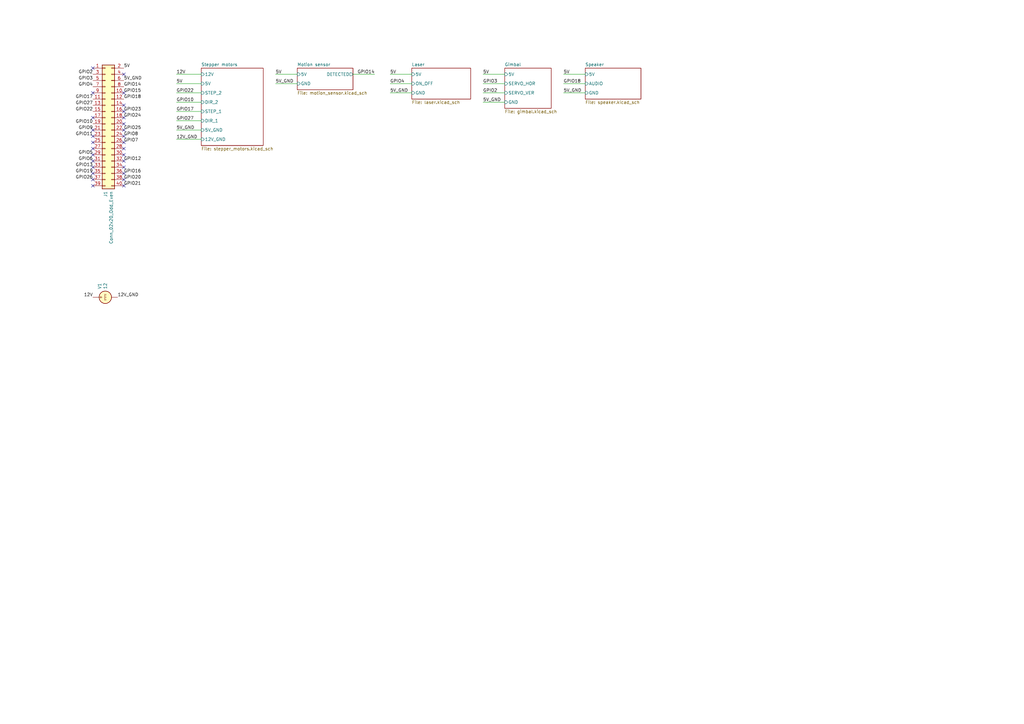
<source format=kicad_sch>
(kicad_sch (version 20211123) (generator eeschema)
  (paper "A3")
  (lib_symbols
    (symbol "Connector_Generic:Conn_02x20_Odd_Even" (pin_names (offset 1.016) hide)
      (property "Reference" "J" (at 1.27 25.4 0))
      (property "Value" "Conn_02x20_Odd_Even" (at 1.27 -27.94 0))
      (symbol "Conn_02x20_Odd_Even_1_1"
        (rectangle (start -1.27 -25.273) (end 0 -25.527) (stroke (width 0.1524)))
        (rectangle (start -1.27 -22.733) (end 0 -22.987) (stroke (width 0.1524)))
        (rectangle (start -1.27 -20.193) (end 0 -20.447) (stroke (width 0.1524)))
        (rectangle (start -1.27 -17.653) (end 0 -17.907) (stroke (width 0.1524)))
        (rectangle (start -1.27 -15.113) (end 0 -15.367) (stroke (width 0.1524)))
        (rectangle (start -1.27 -12.573) (end 0 -12.827) (stroke (width 0.1524)))
        (rectangle (start -1.27 -10.033) (end 0 -10.287) (stroke (width 0.1524)))
        (rectangle (start -1.27 -7.493) (end 0 -7.747) (stroke (width 0.1524)))
        (rectangle (start -1.27 -4.953) (end 0 -5.207) (stroke (width 0.1524)))
        (rectangle (start -1.27 -2.413) (end 0 -2.667) (stroke (width 0.1524)))
        (rectangle (start -1.27 0.127) (end 0 -0.127) (stroke (width 0.1524)))
        (rectangle (start -1.27 2.667) (end 0 2.413) (stroke (width 0.1524)))
        (rectangle (start -1.27 5.207) (end 0 4.953) (stroke (width 0.1524)))
        (rectangle (start -1.27 7.747) (end 0 7.493) (stroke (width 0.1524)))
        (rectangle (start -1.27 10.287) (end 0 10.033) (stroke (width 0.1524)))
        (rectangle (start -1.27 12.827) (end 0 12.573) (stroke (width 0.1524)))
        (rectangle (start -1.27 15.367) (end 0 15.113) (stroke (width 0.1524)))
        (rectangle (start -1.27 17.907) (end 0 17.653) (stroke (width 0.1524)))
        (rectangle (start -1.27 20.447) (end 0 20.193) (stroke (width 0.1524)))
        (rectangle (start -1.27 22.987) (end 0 22.733) (stroke (width 0.1524)))
        (rectangle (start -1.27 24.13) (end 3.81 -26.67) (stroke (width 0.254)) (fill (type background)))
        (rectangle (start 3.81 -25.273) (end 2.54 -25.527) (stroke (width 0.1524)))
        (rectangle (start 3.81 -22.733) (end 2.54 -22.987) (stroke (width 0.1524)))
        (rectangle (start 3.81 -20.193) (end 2.54 -20.447) (stroke (width 0.1524)))
        (rectangle (start 3.81 -17.653) (end 2.54 -17.907) (stroke (width 0.1524)))
        (rectangle (start 3.81 -15.113) (end 2.54 -15.367) (stroke (width 0.1524)))
        (rectangle (start 3.81 -12.573) (end 2.54 -12.827) (stroke (width 0.1524)))
        (rectangle (start 3.81 -10.033) (end 2.54 -10.287) (stroke (width 0.1524)))
        (rectangle (start 3.81 -7.493) (end 2.54 -7.747) (stroke (width 0.1524)))
        (rectangle (start 3.81 -4.953) (end 2.54 -5.207) (stroke (width 0.1524)))
        (rectangle (start 3.81 -2.413) (end 2.54 -2.667) (stroke (width 0.1524)))
        (rectangle (start 3.81 0.127) (end 2.54 -0.127) (stroke (width 0.1524)))
        (rectangle (start 3.81 2.667) (end 2.54 2.413) (stroke (width 0.1524)))
        (rectangle (start 3.81 5.207) (end 2.54 4.953) (stroke (width 0.1524)))
        (rectangle (start 3.81 7.747) (end 2.54 7.493) (stroke (width 0.1524)))
        (rectangle (start 3.81 10.287) (end 2.54 10.033) (stroke (width 0.1524)))
        (rectangle (start 3.81 12.827) (end 2.54 12.573) (stroke (width 0.1524)))
        (rectangle (start 3.81 15.367) (end 2.54 15.113) (stroke (width 0.1524)))
        (rectangle (start 3.81 17.907) (end 2.54 17.653) (stroke (width 0.1524)))
        (rectangle (start 3.81 20.447) (end 2.54 20.193) (stroke (width 0.1524)))
        (rectangle (start 3.81 22.987) (end 2.54 22.733) (stroke (width 0.1524)))
        (pin passive line (at -5.08 22.86 0) (length 3.81) (name "Pin_1") (number "1"))
        (pin passive line (at 7.62 12.7 180) (length 3.81) (name "Pin_10") (number "10"))
        (pin passive line (at -5.08 10.16 0) (length 3.81) (name "Pin_11") (number "11"))
        (pin passive line (at 7.62 10.16 180) (length 3.81) (name "Pin_12") (number "12"))
        (pin passive line (at -5.08 7.62 0) (length 3.81) (name "Pin_13") (number "13"))
        (pin passive line (at 7.62 7.62 180) (length 3.81) (name "Pin_14") (number "14"))
        (pin passive line (at -5.08 5.08 0) (length 3.81) (name "Pin_15") (number "15"))
        (pin passive line (at 7.62 5.08 180) (length 3.81) (name "Pin_16") (number "16"))
        (pin passive line (at -5.08 2.54 0) (length 3.81) (name "Pin_17") (number "17"))
        (pin passive line (at 7.62 2.54 180) (length 3.81) (name "Pin_18") (number "18"))
        (pin passive line (at -5.08 0 0) (length 3.81) (name "Pin_19") (number "19"))
        (pin passive line (at 7.62 22.86 180) (length 3.81) (name "Pin_2") (number "2"))
        (pin passive line (at 7.62 0 180) (length 3.81) (name "Pin_20") (number "20"))
        (pin passive line (at -5.08 -2.54 0) (length 3.81) (name "Pin_21") (number "21"))
        (pin passive line (at 7.62 -2.54 180) (length 3.81) (name "Pin_22") (number "22"))
        (pin passive line (at -5.08 -5.08 0) (length 3.81) (name "Pin_23") (number "23"))
        (pin passive line (at 7.62 -5.08 180) (length 3.81) (name "Pin_24") (number "24"))
        (pin passive line (at -5.08 -7.62 0) (length 3.81) (name "Pin_25") (number "25"))
        (pin passive line (at 7.62 -7.62 180) (length 3.81) (name "Pin_26") (number "26"))
        (pin passive line (at -5.08 -10.16 0) (length 3.81) (name "Pin_27") (number "27"))
        (pin passive line (at 7.62 -10.16 180) (length 3.81) (name "Pin_28") (number "28"))
        (pin passive line (at -5.08 -12.7 0) (length 3.81) (name "Pin_29") (number "29"))
        (pin passive line (at -5.08 20.32 0) (length 3.81) (name "Pin_3") (number "3"))
        (pin passive line (at 7.62 -12.7 180) (length 3.81) (name "Pin_30") (number "30"))
        (pin passive line (at -5.08 -15.24 0) (length 3.81) (name "Pin_31") (number "31"))
        (pin passive line (at 7.62 -15.24 180) (length 3.81) (name "Pin_32") (number "32"))
        (pin passive line (at -5.08 -17.78 0) (length 3.81) (name "Pin_33") (number "33"))
        (pin passive line (at 7.62 -17.78 180) (length 3.81) (name "Pin_34") (number "34"))
        (pin passive line (at -5.08 -20.32 0) (length 3.81) (name "Pin_35") (number "35"))
        (pin passive line (at 7.62 -20.32 180) (length 3.81) (name "Pin_36") (number "36"))
        (pin passive line (at -5.08 -22.86 0) (length 3.81) (name "Pin_37") (number "37"))
        (pin passive line (at 7.62 -22.86 180) (length 3.81) (name "Pin_38") (number "38"))
        (pin passive line (at -5.08 -25.4 0) (length 3.81) (name "Pin_39") (number "39"))
        (pin passive line (at 7.62 20.32 180) (length 3.81) (name "Pin_4") (number "4"))
        (pin passive line (at 7.62 -25.4 180) (length 3.81) (name "Pin_40") (number "40"))
        (pin passive line (at -5.08 17.78 0) (length 3.81) (name "Pin_5") (number "5"))
        (pin passive line (at 7.62 17.78 180) (length 3.81) (name "Pin_6") (number "6"))
        (pin passive line (at -5.08 15.24 0) (length 3.81) (name "Pin_7") (number "7"))
        (pin passive line (at 7.62 15.24 180) (length 3.81) (name "Pin_8") (number "8"))
        (pin passive line (at -5.08 12.7 0) (length 3.81) (name "Pin_9") (number "9"))
      )
    )
    (symbol "Simulation_SPICE:VDC" (pin_numbers hide) (pin_names (offset 0.0254))
      (property "Reference" "V" (at 2.54 2.54 0))
      (property "Value" "VDC" (at 2.54 0 0))
      (property "Spice_Model" "dc(1)" (at 2.54 -2.54 0))
      (symbol "VDC_0_0"
        (polyline (pts (xy -1.27 0.254) (xy 1.27 0.254)))
        (polyline (pts (xy -0.762 -0.254) (xy -1.27 -0.254)))
        (polyline (pts (xy 0.254 -0.254) (xy -0.254 -0.254)))
        (polyline (pts (xy 1.27 -0.254) (xy 0.762 -0.254)))
        (text "+" (at 0 1.905 0) (effects (font (size 1.27 1.27))))
      )
      (symbol "VDC_0_1"
        (circle (center 0 0) (radius 2.54) (stroke (width 0.254)) (fill (type background)))
      )
      (symbol "VDC_1_1"
        (pin passive line (at 0 5.08 270) (length 2.54) (name "~") (number "1"))
        (pin passive line (at 0 -5.08 90) (length 2.54) (name "~") (number "2"))
      )
    )
  )
  (no_connect (at 50.8 53.34))
  (no_connect (at 38.1 55.88))
  (no_connect (at 50.8 58.42))
  (no_connect (at 38.1 66.04))
  (no_connect (at 50.8 71.12))
  (no_connect (at 38.1 38.1))
  (no_connect (at 50.8 30.48))
  (no_connect (at 38.1 68.58))
  (no_connect (at 50.8 48.26))
  (no_connect (at 38.1 73.66))
  (no_connect (at 38.1 27.94))
  (no_connect (at 50.8 76.2))
  (no_connect (at 50.8 66.04))
  (no_connect (at 50.8 38.1))
  (no_connect (at 50.8 55.88))
  (no_connect (at 50.8 45.72))
  (no_connect (at 38.1 60.96))
  (no_connect (at 38.1 76.2))
  (no_connect (at 50.8 50.8))
  (no_connect (at 38.1 63.5))
  (no_connect (at 38.1 58.42))
  (no_connect (at 38.1 71.12))
  (no_connect (at 38.1 48.26))
  (no_connect (at 50.8 60.96))
  (no_connect (at 50.8 68.58))
  (no_connect (at 50.8 43.18))
  (no_connect (at 38.1 53.34))
  (no_connect (at 50.8 63.5))
  (no_connect (at 50.8 73.66))
  (wire (pts (xy 72.39 49.53) (xy 82.55 49.53)))
  (wire (pts (xy 113.03 34.29) (xy 121.92 34.29)))
  (wire (pts (xy 240.03 30.48) (xy 231.14 30.48)))
  (wire (pts (xy 207.01 38.1) (xy 198.12 38.1)))
  (wire (pts (xy 160.02 30.48) (xy 168.91 30.48)))
  (wire (pts (xy 198.12 41.91) (xy 207.01 41.91)))
  (wire (pts (xy 72.39 38.1) (xy 82.55 38.1)))
  (wire (pts (xy 231.14 34.29) (xy 240.03 34.29)))
  (wire (pts (xy 72.39 45.72) (xy 82.55 45.72)))
  (wire (pts (xy 207.01 30.48) (xy 198.12 30.48)))
  (wire (pts (xy 198.12 34.29) (xy 207.01 34.29)))
  (wire (pts (xy 113.03 30.48) (xy 121.92 30.48)))
  (wire (pts (xy 72.39 30.48) (xy 82.55 30.48)))
  (wire (pts (xy 240.03 38.1) (xy 231.14 38.1)))
  (wire (pts (xy 82.55 41.91) (xy 72.39 41.91)))
  (wire (pts (xy 168.91 34.29) (xy 160.02 34.29)))
  (wire (pts (xy 168.91 38.1) (xy 160.02 38.1)))
  (wire (pts (xy 82.55 53.34) (xy 72.39 53.34)))
  (wire (pts (xy 72.39 57.15) (xy 82.55 57.15)))
  (wire (pts (xy 144.78 30.48) (xy 153.67 30.48)))
  (wire (pts (xy 82.55 34.29) (xy 72.39 34.29)))
  (label "12V" (at 72.39 30.48 0))
  (label "GPIO3" (at 38.1 33.02 180))
  (label "GPIO24" (at 50.8 48.26 0))
  (label "5V_GND" (at 72.39 53.34 0))
  (label "GPIO22" (at 38.1 45.72 180))
  (label "GPIO19" (at 38.1 71.12 180))
  (label "GPIO2" (at 198.12 38.1 0))
  (label "GPIO10" (at 38.1 50.8 180))
  (label "5V_GND" (at 198.12 41.91 0))
  (label "GPIO16" (at 50.8 71.12 0))
  (label "5V" (at 231.14 30.48 0))
  (label "GPIO4" (at 38.1 35.56 180))
  (label "GPIO15" (at 50.8 38.1 0))
  (label "GPIO4" (at 160.02 34.29 0))
  (label "5V_GND" (at 50.8 33.02 0))
  (label "GPIO21" (at 50.8 76.2 0))
  (label "GPIO23" (at 50.8 45.72 0))
  (label "5V" (at 160.02 30.48 0))
  (label "GPIO25" (at 50.8 53.34 0))
  (label "GPIO20" (at 50.8 73.66 0))
  (label "GPIO11" (at 38.1 55.88 180))
  (label "GPIO14" (at 50.8 35.56 0))
  (label "5V_GND" (at 160.02 38.1 0))
  (label "5V" (at 198.12 30.48 0))
  (label "GPIO17" (at 72.39 45.72 0))
  (label "5V" (at 113.03 30.48 0))
  (label "GPIO22" (at 72.39 38.1 0))
  (label "GPIO13" (at 38.1 68.58 180))
  (label "GPIO5" (at 38.1 63.5 180))
  (label "12V" (at 38.1 121.92 180))
  (label "GPIO10" (at 72.39 41.91 0))
  (label "GPIO18" (at 50.8 40.64 0))
  (label "12V_GND" (at 72.39 57.15 0))
  (label "GPIO9" (at 38.1 53.34 180))
  (label "5V_GND" (at 231.14 38.1 0))
  (label "GPIO7" (at 50.8 58.42 0))
  (label "GPIO6" (at 38.1 66.04 180))
  (label "GPIO17" (at 38.1 40.64 180))
  (label "GPIO27" (at 72.39 49.53 0))
  (label "GPIO18" (at 231.14 34.29 0))
  (label "GPIO26" (at 38.1 73.66 180))
  (label "GPIO8" (at 50.8 55.88 0))
  (label "5V" (at 72.39 34.29 0))
  (label "5V_GND" (at 113.03 34.29 0))
  (label "5V" (at 50.8 27.94 0))
  (label "GPIO3" (at 198.12 34.29 0))
  (label "GPIO2" (at 38.1 30.48 180))
  (label "12V_GND" (at 48.26 121.92 0))
  (label "GPIO14" (at 153.67 30.48 180))
  (label "GPIO12" (at 50.8 66.04 0))
  (label "GPIO27" (at 38.1 43.18 180))
  (symbol (lib_id "Simulation_SPICE:VDC") (at 43.18 121.92 90) (unit 1)
    (property "Reference" "V1" (at 40.8686 118.618 0) (effects (justify left)))
    (property "Value" "VDC" (at 43.18 118.618 0) (effects (justify left)))
    (property "Footprint" "Connector:Banana_Jack_2Pin" (effects hide))
    (property "Spice_Netlist_Enabled" "Y" (effects hide))
    (property "Spice_Primitive" "V" (effects hide))
    (property "Spice_Model" "dc(12)" (at 45.4914 118.618 0) (effects (justify left)))
  )
  (symbol (lib_id "Connector_Generic:Conn_02x20_Odd_Even") (at 43.18 50.8 0) (unit 1)
    (property "Reference" "J1" (at 43.2816 78.4098 90) (effects (justify right)))
    (property "Value" "Conn_02x20_Odd_Even" (at 45.593 78.4098 90) (effects (justify right)))
    (property "Footprint" "Connector_PinSocket_2.54mm:PinSocket_2x20_P2.54mm_Vertical" (effects hide))
  )
  (sheet (at 121.92 27.94) (size 22.86 8.89)
    (property "Sheet name" "Motion sensor" (at 121.92 27.2284 0) (effects (justify left bottom)))
    (property "Sheet file" "motion_sensor.kicad_sch" (at 121.92 37.4146 0) (effects (justify left top)))
    (pin "DETECTED" output (at 144.78 30.48 0))
    (pin "5V" input (at 121.92 30.48 180))
    (pin "GND" input (at 121.92 34.29 180))
  )
  (sheet (at 168.91 27.94) (size 24.13 12.7)
    (property "Sheet name" "Laser" (at 168.91 27.2284 0) (effects (justify left bottom)))
    (property "Sheet file" "laser.kicad_sch" (at 168.91 41.2246 0) (effects (justify left top)))
    (pin "5V" input (at 168.91 30.48 180))
    (pin "ON_OFF" input (at 168.91 34.29 180))
    (pin "GND" input (at 168.91 38.1 180))
  )
  (sheet (at 207.01 27.94) (size 19.05 16.51)
    (property "Sheet name" "Gimbal" (at 207.01 27.2284 0) (effects (justify left bottom)))
    (property "Sheet file" "gimbal.kicad_sch" (at 207.01 45.0346 0) (effects (justify left top)))
    (pin "5V" input (at 207.01 30.48 180))
    (pin "GND" input (at 207.01 41.91 180))
    (pin "SERVO_VER" input (at 207.01 38.1 180))
    (pin "SERVO_HOR" input (at 207.01 34.29 180))
  )
  (sheet (at 240.03 27.94) (size 22.86 12.7)
    (property "Sheet name" "Speaker" (at 240.03 27.2284 0) (effects (justify left bottom)))
    (property "Sheet file" "speaker.kicad_sch" (at 240.03 41.2246 0) (effects (justify left top)))
    (pin "5V" input (at 240.03 30.48 180))
    (pin "GND" input (at 240.03 38.1 180))
    (pin "AUDIO" input (at 240.03 34.29 180))
  )
  (sheet (at 82.55 27.94) (size 25.4 31.75)
    (property "Sheet name" "Stepper motors" (at 82.55 27.2284 0) (effects (justify left bottom)))
    (property "Sheet file" "stepper_motors.kicad_sch" (at 82.55 60.2746 0) (effects (justify left top)))
    (pin "12V" input (at 82.55 30.48 180))
    (pin "STEP_2" input (at 82.55 38.1 180))
    (pin "DIR_2" input (at 82.55 41.91 180))
    (pin "5V" input (at 82.55 34.29 180))
    (pin "STEP_1" input (at 82.55 45.72 180))
    (pin "DIR_1" input (at 82.55 49.53 180))
    (pin "5V_GND" input (at 82.55 53.34 180))
    (pin "12V_GND" input (at 82.55 57.15 180))
  )
)
</source>
